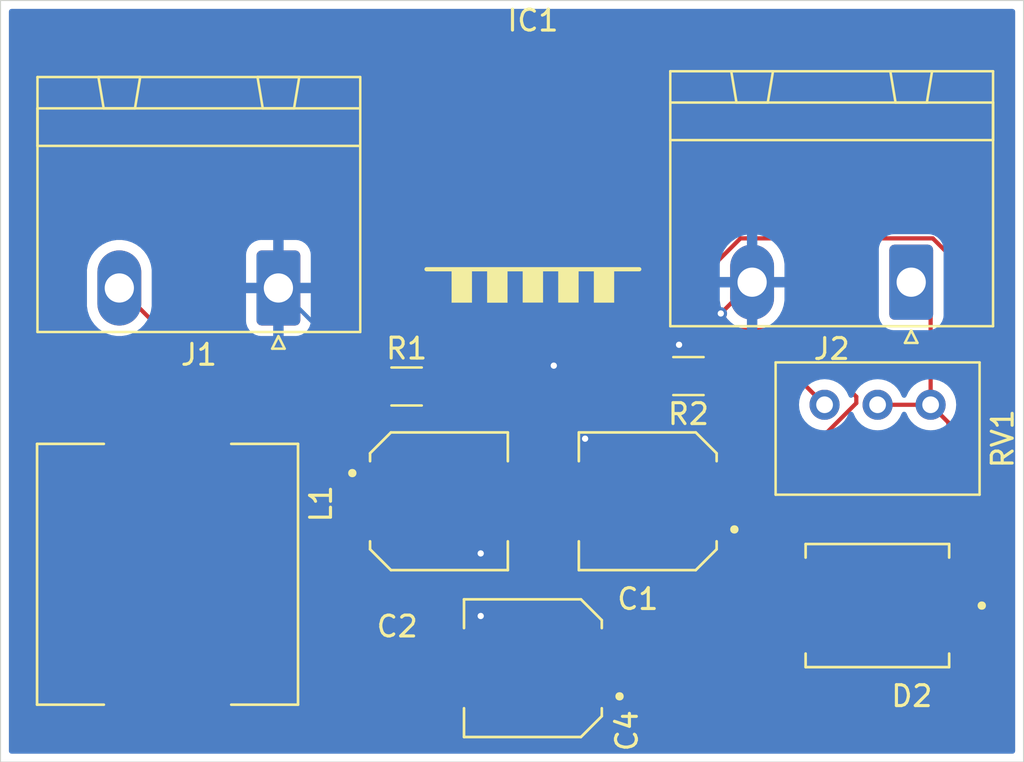
<source format=kicad_pcb>
(kicad_pcb (version 20240108) (generator "pcbnew") (generator_version "8.0")
  (layers (0 "F.Cu" signal) (31 "B.Cu" signal) (34 "B.Paste" user) (35 "F.Paste" user) (36 "B.SilkS" user "B.Silkscreen") (37 "F.SilkS" user "F.Silkscreen") (38 "B.Mask" user) (39 "F.Mask" user) (44 "Edge.Cuts" user))
  (net 0 "")
  (net 1 "GND")
  (net 2 "+5V")
  (net 3 "Net-(C2-Pad1)")
  (net 4 "+12V")
  (net 5 "Net-(IC1-COMP)")
  (net 6 "Net-(IC1-FB)")
  (net 7 "Net-(IC1-VSW)")
  (footprint "Library:DIO_SS34" (layer "F.Cu") (at 209.5 83.5 180)
    (property "Reference" "D2" (at -1.65 -4.3375 0) (layer "F.SilkS"))
    (property "Value" "SS34")
    (fp_line (start 3.4375 2.95) (end 3.4375 2.3) (stroke (width 0.127)) (layer "F.SilkS"))
    (fp_line (start 3.4375 -2.3) (end 3.4375 -2.95) (stroke (width 0.127)) (layer "F.SilkS"))
    (fp_line (start 3.4375 -2.95) (end -3.4375 -2.95) (stroke (width 0.127)) (layer "F.SilkS"))
    (fp_line (start -3.4375 2.95) (end 3.4375 2.95) (stroke (width 0.127)) (layer "F.SilkS"))
    (fp_line (start -3.4375 2.95) (end -3.4375 2.3) (stroke (width 0.127)) (layer "F.SilkS"))
    (fp_line (start -3.4375 -2.95) (end -3.4375 -2.3) (stroke (width 0.127)) (layer "F.SilkS"))
    (fp_circle (center -5 0) (end -4.9 0) (stroke (width 0.2)) (fill none) (layer "F.SilkS"))
    (pad "A" smd rect (at 3.4 0 180) (size 2 3.6) (layers "F.Cu" "F.Paste" "F.Mask") (net 7 "Net-(IC1-VSW)"))
    (pad "C" smd rect (at -3.4 0 180) (size 2 3.6) (layers "F.Cu" "F.Paste" "F.Mask") (net 4 "+12V"))
  )
  (footprint "Resistor_SMD:R_1206_3216Metric_Pad1.30x1.75mm_HandSolder" (layer "F.Cu") (at 200.45 72.5 180)
    (property "Reference" "R2" (at 0 -1.82 0) (layer "F.SilkS"))
    (property "Value" "2.2kΩ" (hide yes))
    (fp_line (start -0.727064 0.91) (end 0.727064 0.91) (stroke (width 0.12)) (layer "F.SilkS"))
    (fp_line (start -0.727064 -0.91) (end 0.727064 -0.91) (stroke (width 0.12)) (layer "F.SilkS"))
    (pad "1" smd roundrect (at -1.55 0 180) (size 1.3 1.75) (layers "F.Cu" "F.Paste" "F.Mask") (roundrect_rratio 0.192308) (net 6 "Net-(IC1-FB)"))
    (pad "2" smd roundrect (at 1.55 0 180) (size 1.3 1.75) (layers "F.Cu" "F.Paste" "F.Mask") (roundrect_rratio 0.192308) (net 1 "GND"))
  )
  (footprint "Library:CAP_EEEFK1C101V" (layer "F.Cu") (at 198.5 78.5 180)
    (property "Reference" "C1" (at 0.475 -4.685 0) (layer "F.SilkS"))
    (property "Value" "0.1µF")
    (fp_line (start 3.3 3.3) (end 3.3 1.92) (stroke (width 0.127)) (layer "F.SilkS"))
    (fp_line (start 3.3 -1.92) (end 3.3 -3.3) (stroke (width 0.127)) (layer "F.SilkS"))
    (fp_line (start 3.3 -3.3) (end -2.3 -3.3) (stroke (width 0.127)) (layer "F.SilkS"))
    (fp_line (start -2.3 3.3) (end 3.3 3.3) (stroke (width 0.127)) (layer "F.SilkS"))
    (fp_line (start -2.3 -3.3) (end -3.3 -2.3) (stroke (width 0.127)) (layer "F.SilkS"))
    (fp_line (start -3.3 2.3) (end -2.3 3.3) (stroke (width 0.127)) (layer "F.SilkS"))
    (fp_line (start -3.3 1.92) (end -3.3 2.3) (stroke (width 0.127)) (layer "F.SilkS"))
    (fp_line (start -3.3 -2.3) (end -3.3 -1.92) (stroke (width 0.127)) (layer "F.SilkS"))
    (fp_circle (center -4.15 -1.35) (end -4.05 -1.35) (stroke (width 0.2)) (fill none) (layer "F.SilkS"))
    (pad "1" smd custom (at -2.55 0 180) (size 1.8 1.8) (layers "F.Cu") (net 2 "+5V") (options (clearance outline) (anchor rect)) (primitives (gr_poly (pts (xy -1 1.6) (xy -1 0.6) (xy -1.65 0.6) (xy -1.65 -0.6) (xy -1 -0.6) (xy -1 -1.6) (xy 1 -1.6) (xy 1 -0.6) (xy 1.95 -0.6) (xy 1.95 0.6) (xy 1 0.6) (xy 1 1.6)) (width 0.01) (fill yes))))
    (pad "2" smd custom (at 2.55 0 180) (size 1.8 1.8) (layers "F.Cu") (net 1 "GND") (options (clearance outline) (anchor rect)) (primitives (gr_poly (pts (xy 1 1.6) (xy 1 0.6) (xy 1.65 0.6) (xy 1.65 -0.6) (xy 1 -0.6) (xy 1 -1.6) (xy -1 -1.6) (xy -1 -0.6) (xy -1.95 -0.6) (xy -1.95 0.6) (xy -1 0.6) (xy -1 1.6)) (width 0.01) (fill yes))))
  )
  (footprint "Connector_Phoenix_GMSTB:PhoenixContact_GMSTBA_2,5_2-G-7,62_1x02_P7.62mm_Horizontal" (layer "F.Cu") (at 180.81 68.2775 180)
    (property "Reference" "J1" (at 3.81 -3.2 0) (layer "F.SilkS"))
    (property "Value" "Conn_01x02_Socket")
    (fp_line (start 11.54 10.11) (end 11.54 -2.11) (stroke (width 0.12)) (layer "F.SilkS"))
    (fp_line (start 11.54 8.61) (end -3.92 8.61) (stroke (width 0.12)) (layer "F.SilkS"))
    (fp_line (start 11.54 6.81) (end 11.54 8.61) (stroke (width 0.12)) (layer "F.SilkS"))
    (fp_line (start 11.54 -2.11) (end -3.92 -2.11) (stroke (width 0.12)) (layer "F.SilkS"))
    (fp_line (start 8.62 10.11) (end 8.37 8.61) (stroke (width 0.12)) (layer "F.SilkS"))
    (fp_line (start 8.37 8.61) (end 6.87 8.61) (stroke (width 0.12)) (layer "F.SilkS"))
    (fp_line (start 6.87 8.61) (end 6.62 10.11) (stroke (width 0.12)) (layer "F.SilkS"))
    (fp_line (start 6.62 10.11) (end 8.62 10.11) (stroke (width 0.12)) (layer "F.SilkS"))
    (fp_line (start 1 10.11) (end 0.75 8.61) (stroke (width 0.12)) (layer "F.SilkS"))
    (fp_line (start 0.75 8.61) (end -0.75 8.61) (stroke (width 0.12)) (layer "F.SilkS"))
    (fp_line (start 0.3 -2.91) (end 0 -2.31) (stroke (width 0.12)) (layer "F.SilkS"))
    (fp_line (start 0 -2.31) (end -0.3 -2.91) (stroke (width 0.12)) (layer "F.SilkS"))
    (fp_line (start -0.3 -2.91) (end 0.3 -2.91) (stroke (width 0.12)) (layer "F.SilkS"))
    (fp_line (start -0.75 8.61) (end -1 10.11) (stroke (width 0.12)) (layer "F.SilkS"))
    (fp_line (start -1 10.11) (end 1 10.11) (stroke (width 0.12)) (layer "F.SilkS"))
    (fp_line (start -3.92 10.11) (end 11.54 10.11) (stroke (width 0.12)) (layer "F.SilkS"))
    (fp_line (start -3.92 8.61) (end -3.92 6.81) (stroke (width 0.12)) (layer "F.SilkS"))
    (fp_line (start -3.92 6.81) (end 11.54 6.81) (stroke (width 0.12)) (layer "F.SilkS"))
    (fp_line (start -3.92 -2.11) (end -3.92 10.11) (stroke (width 0.12)) (layer "F.SilkS"))
    (pad "1" thru_hole roundrect (at 0 0 180) (size 2.1 3.6) (drill 1.4) (layers "*.Cu" "*.Mask") (roundrect_rratio 0.119048) (net 1 "GND"))
    (pad "2" thru_hole oval (at 7.62 0 180) (size 2.1 3.6) (drill 1.4) (layers "*.Cu" "*.Mask") (net 2 "+5V"))
  )
  (footprint "Potentiometer_THT:Potentiometer_Bourns_3299W_Vertical" (layer "F.Cu") (at 212.05 73.875)
    (property "Reference" "RV1" (at 3.45 1.625 -90) (layer "F.SilkS"))
    (property "Value" "50kΩ")
    (fp_line (start -7.425 -2.03) (end -7.425 4.31) (stroke (width 0.12)) (layer "F.SilkS"))
    (fp_line (start -7.425 -2.03) (end 2.345 -2.03) (stroke (width 0.12)) (layer "F.SilkS"))
    (fp_line (start -7.425 4.31) (end 2.345 4.31) (stroke (width 0.12)) (layer "F.SilkS"))
    (fp_line (start 2.345 -2.03) (end 2.345 4.31) (stroke (width 0.12)) (layer "F.SilkS"))
    (pad "1" thru_hole circle (at 0 0) (size 1.44 1.44) (drill 0.8) (layers "*.Cu" "*.Mask") (net 4 "+12V"))
    (pad "2" thru_hole circle (at -2.54 0) (size 1.44 1.44) (drill 0.8) (layers "*.Cu" "*.Mask") (net 4 "+12V"))
    (pad "3" thru_hole circle (at -5.08 0) (size 1.44 1.44) (drill 0.8) (layers "*.Cu" "*.Mask") (net 6 "Net-(IC1-FB)"))
  )
  (footprint "Library:CAP_EEEFK1C101V" (layer "F.Cu") (at 188.5 78.5)
    (property "Reference" "C2" (at -2 6 0) (layer "F.SilkS"))
    (property "Value" "0.33µF")
    (fp_line (start -3.3 -2.3) (end -3.3 -1.92) (stroke (width 0.127)) (layer "F.SilkS"))
    (fp_line (start -3.3 1.92) (end -3.3 2.3) (stroke (width 0.127)) (layer "F.SilkS"))
    (fp_line (start -3.3 2.3) (end -2.3 3.3) (stroke (width 0.127)) (layer "F.SilkS"))
    (fp_line (start -2.3 -3.3) (end -3.3 -2.3) (stroke (width 0.127)) (layer "F.SilkS"))
    (fp_line (start -2.3 3.3) (end 3.3 3.3) (stroke (width 0.127)) (layer "F.SilkS"))
    (fp_line (start 3.3 -3.3) (end -2.3 -3.3) (stroke (width 0.127)) (layer "F.SilkS"))
    (fp_line (start 3.3 -1.92) (end 3.3 -3.3) (stroke (width 0.127)) (layer "F.SilkS"))
    (fp_line (start 3.3 3.3) (end 3.3 1.92) (stroke (width 0.127)) (layer "F.SilkS"))
    (fp_circle (center -4.15 -1.35) (end -4.05 -1.35) (stroke (width 0.2)) (fill none) (layer "F.SilkS"))
    (pad "1" smd custom (at -2.55 0) (size 1.8 1.8) (layers "F.Cu") (net 3 "Net-(C2-Pad1)") (options (clearance outline) (anchor rect)) (primitives (gr_poly (pts (xy -1 1.6) (xy -1 0.6) (xy -1.65 0.6) (xy -1.65 -0.6) (xy -1 -0.6) (xy -1 -1.6) (xy 1 -1.6) (xy 1 -0.6) (xy 1.95 -0.6) (xy 1.95 0.6) (xy 1 0.6) (xy 1 1.6)) (width 0.01) (fill yes))))
    (pad "2" smd custom (at 2.55 0) (size 1.8 1.8) (layers "F.Cu") (net 1 "GND") (options (clearance outline) (anchor rect)) (primitives (gr_poly (pts (xy 1 1.6) (xy 1 0.6) (xy 1.65 0.6) (xy 1.65 -0.6) (xy 1 -0.6) (xy 1 -1.6) (xy -1 -1.6) (xy -1 -0.6) (xy -1.95 -0.6) (xy -1.95 0.6) (xy -1 0.6) (xy -1 1.6)) (width 0.01) (fill yes))))
  )
  (footprint "Library:INDP125125X600N" (layer "F.Cu") (at 175.5 82 -90)
    (property "Reference" "L1" (at -3.381255 -7.348585 90) (layer "F.SilkS") (effects (font (size 1.00185 1.00185))))
    (property "Value" "100µH")
    (fp_line (start -6.25 6.25) (end 6.25 6.25) (stroke (width 0.127)) (layer "F.SilkS"))
    (fp_line (start -6.25 3.05) (end -6.25 6.25) (stroke (width 0.127)) (layer "F.SilkS"))
    (fp_line (start 6.25 3.05) (end 6.25 6.25) (stroke (width 0.127)) (layer "F.SilkS"))
    (fp_line (start -6.25 -6.25) (end -6.25 -3.05) (stroke (width 0.127)) (layer "F.SilkS"))
    (fp_line (start -6.25 -6.25) (end 6.25 -6.25) (stroke (width 0.127)) (layer "F.SilkS"))
    (fp_line (start 6.25 -6.25) (end 6.25 -3.05) (stroke (width 0.127)) (layer "F.SilkS"))
    (pad "1" smd rect (at -4.85 0 270) (size 2.9 5.4) (layers "F.Cu" "F.Paste" "F.Mask") (net 2 "+5V"))
    (pad "2" smd rect (at 4.85 0 270) (size 2.9 5.4) (layers "F.Cu" "F.Paste" "F.Mask") (net 7 "Net-(IC1-VSW)"))
  )
  (footprint "Library:LM2577" (layer "F.Cu") (at 193 64.5)
    (property "Reference" "IC1" (at 0 -9.04 0) (layer "F.SilkS") (effects (font (size 1.001268 1.001268))))
    (property "Value" "LM2577")
    (fp_line (start 5.094 2.88) (end -5.094 2.88) (stroke (width 0.2032)) (layer "F.SilkS"))
    (fp_poly (pts (xy -3.89202 2.794) (xy -2.921 2.794) (xy -2.921 4.4771) (xy -3.89202 4.4771)) (stroke (width 0.01)) (fill solid) (layer "F.SilkS"))
    (fp_poly (pts (xy -2.18871 2.794) (xy -1.2192 2.794) (xy -1.2192 4.47923) (xy -2.18871 4.47923)) (stroke (width 0.01)) (fill solid) (layer "F.SilkS"))
    (fp_poly (pts (xy -0.482663 2.794) (xy 0.4826 2.794) (xy 0.4826 4.47098) (xy -0.482663 4.47098)) (stroke (width 0.01)) (fill solid) (layer "F.SilkS"))
    (fp_poly (pts (xy 1.21963 2.794) (xy 2.1844 2.794) (xy 2.1844 4.47197) (xy 1.21963 4.47197)) (stroke (width 0.01)) (fill solid) (layer "F.SilkS"))
    (fp_poly (pts (xy 2.92499 2.794) (xy 3.8862 2.794) (xy 3.8862 4.4765) (xy 2.92499 4.4765)) (stroke (width 0.01)) (fill solid) (layer "F.SilkS"))
    (pad "1" smd rect (at -3.4036 5.7912) (size 1.0668 2.159) (layers "F.Cu" "F.Paste" "F.Mask") (net 5 "Net-(IC1-COMP)"))
    (pad "2" smd rect (at -1.7018 5.7912) (size 1.0668 2.159) (layers "F.Cu" "F.Paste" "F.Mask") (net 6 "Net-(IC1-FB)"))
    (pad "3" smd rect (at 0 5.7912) (size 1.0668 2.159) (layers "F.Cu" "F.Paste" "F.Mask") (net 1 "GND"))
    (pad "4" smd rect (at 1.7018 5.7912) (size 1.0668 2.159) (layers "F.Cu" "F.Paste" "F.Mask") (net 7 "Net-(IC1-VSW)"))
    (pad "5" smd rect (at 3.4036 5.7912) (size 1.0668 2.159) (layers "F.Cu" "F.Paste" "F.Mask") (net 2 "+5V"))
    (pad "6" smd rect (at 0 -2.54) (size 10.8 10.41) (layers "F.Cu" "F.Paste" "F.Mask"))
  )
  (footprint "Connector_Phoenix_GMSTB:PhoenixContact_GMSTBA_2,5_2-G-7,62_1x02_P7.62mm_Horizontal" (layer "F.Cu") (at 211.12 68 180)
    (property "Reference" "J2" (at 3.81 -3.2 0) (layer "F.SilkS"))
    (property "Value" "Conn_01x02_Socket")
    (fp_line (start 11.54 10.11) (end 11.54 -2.11) (stroke (width 0.12)) (layer "F.SilkS"))
    (fp_line (start 11.54 8.61) (end -3.92 8.61) (stroke (width 0.12)) (layer "F.SilkS"))
    (fp_line (start 11.54 6.81) (end 11.54 8.61) (stroke (width 0.12)) (layer "F.SilkS"))
    (fp_line (start 11.54 -2.11) (end -3.92 -2.11) (stroke (width 0.12)) (layer "F.SilkS"))
    (fp_line (start 8.62 10.11) (end 8.37 8.61) (stroke (width 0.12)) (layer "F.SilkS"))
    (fp_line (start 8.37 8.61) (end 6.87 8.61) (stroke (width 0.12)) (layer "F.SilkS"))
    (fp_line (start 6.87 8.61) (end 6.62 10.11) (stroke (width 0.12)) (layer "F.SilkS"))
    (fp_line (start 6.62 10.11) (end 8.62 10.11) (stroke (width 0.12)) (layer "F.SilkS"))
    (fp_line (start 1 10.11) (end 0.75 8.61) (stroke (width 0.12)) (layer "F.SilkS"))
    (fp_line (start 0.75 8.61) (end -0.75 8.61) (stroke (width 0.12)) (layer "F.SilkS"))
    (fp_line (start 0.3 -2.91) (end 0 -2.31) (stroke (width 0.12)) (layer "F.SilkS"))
    (fp_line (start 0 -2.31) (end -0.3 -2.91) (stroke (width 0.12)) (layer "F.SilkS"))
    (fp_line (start -0.3 -2.91) (end 0.3 -2.91) (stroke (width 0.12)) (layer "F.SilkS"))
    (fp_line (start -0.75 8.61) (end -1 10.11) (stroke (width 0.12)) (layer "F.SilkS"))
    (fp_line (start -1 10.11) (end 1 10.11) (stroke (width 0.12)) (layer "F.SilkS"))
    (fp_line (start -3.92 10.11) (end 11.54 10.11) (stroke (width 0.12)) (layer "F.SilkS"))
    (fp_line (start -3.92 8.61) (end -3.92 6.81) (stroke (width 0.12)) (layer "F.SilkS"))
    (fp_line (start -3.92 6.81) (end 11.54 6.81) (stroke (width 0.12)) (layer "F.SilkS"))
    (fp_line (start -3.92 -2.11) (end -3.92 10.11) (stroke (width 0.12)) (layer "F.SilkS"))
    (pad "1" thru_hole roundrect (at 0 0 180) (size 2.1 3.6) (drill 1.4) (layers "*.Cu" "*.Mask") (roundrect_rratio 0.119048) (net 4 "+12V"))
    (pad "2" thru_hole oval (at 7.62 0 180) (size 2.1 3.6) (drill 1.4) (layers "*.Cu" "*.Mask") (net 1 "GND"))
  )
  (footprint "Resistor_SMD:R_1206_3216Metric_Pad1.30x1.75mm_HandSolder" (layer "F.Cu") (at 186.95 73)
    (property "Reference" "R1" (at 0 -1.82 0) (layer "F.SilkS"))
    (property "Value" "2Ω")
    (fp_line (start -0.727064 -0.91) (end 0.727064 -0.91) (stroke (width 0.12)) (layer "F.SilkS"))
    (fp_line (start -0.727064 0.91) (end 0.727064 0.91) (stroke (width 0.12)) (layer "F.SilkS"))
    (pad "1" smd roundrect (at -1.55 0) (size 1.3 1.75) (layers "F.Cu" "F.Paste" "F.Mask") (roundrect_rratio 0.192308) (net 3 "Net-(C2-Pad1)"))
    (pad "2" smd roundrect (at 1.55 0) (size 1.3 1.75) (layers "F.Cu" "F.Paste" "F.Mask") (roundrect_rratio 0.192308) (net 5 "Net-(IC1-COMP)"))
  )
  (footprint "Library:CAP_EEEFK1C101V" (layer "F.Cu") (at 193 86.5 180)
    (property "Reference" "C4" (at -4.5 -3 90) (layer "F.SilkS"))
    (property "Value" "680µF")
    (fp_line (start 3.3 3.3) (end 3.3 1.92) (stroke (width 0.127)) (layer "F.SilkS"))
    (fp_line (start 3.3 -1.92) (end 3.3 -3.3) (stroke (width 0.127)) (layer "F.SilkS"))
    (fp_line (start 3.3 -3.3) (end -2.3 -3.3) (stroke (width 0.127)) (layer "F.SilkS"))
    (fp_line (start -2.3 3.3) (end 3.3 3.3) (stroke (width 0.127)) (layer "F.SilkS"))
    (fp_line (start -2.3 -3.3) (end -3.3 -2.3) (stroke (width 0.127)) (layer "F.SilkS"))
    (fp_line (start -3.3 2.3) (end -2.3 3.3) (stroke (width 0.127)) (layer "F.SilkS"))
    (fp_line (start -3.3 1.92) (end -3.3 2.3) (stroke (width 0.127)) (layer "F.SilkS"))
    (fp_line (start -3.3 -2.3) (end -3.3 -1.92) (stroke (width 0.127)) (layer "F.SilkS"))
    (fp_circle (center -4.15 -1.35) (end -4.05 -1.35) (stroke (width 0.2)) (fill none) (layer "F.SilkS"))
    (pad "1" smd custom (at -2.55 0 180) (size 1.8 1.8) (layers "F.Cu") (net 4 "+12V") (options (clearance outline) (anchor rect)) (primitives (gr_poly (pts (xy -1 1.6) (xy -1 0.6) (xy -1.65 0.6) (xy -1.65 -0.6) (xy -1 -0.6) (xy -1 -1.6) (xy 1 -1.6) (xy 1 -0.6) (xy 1.95 -0.6) (xy 1.95 0.6) (xy 1 0.6) (xy 1 1.6)) (width 0.01) (fill yes))))
    (pad "2" smd custom (at 2.55 0 180) (size 1.8 1.8) (layers "F.Cu") (net 1 "GND") (options (clearance outline) (anchor rect)) (primitives (gr_poly (pts (xy 1 1.6) (xy 1 0.6) (xy 1.65 0.6) (xy 1.65 -0.6) (xy 1 -0.6) (xy 1 -1.6) (xy -1 -1.6) (xy -1 -0.6) (xy -1.95 -0.6) (xy -1.95 0.6) (xy -1 0.6) (xy -1 1.6)) (width 0.01) (fill yes))))
  )
  (gr_rect (start 167.5 54.5) (end 216.5 91) (stroke (width 0.05)) (fill none) (layer "Edge.Cuts"))
  (segment (start 195.5 72.5) (end 198.9 72.5) (width 0.2) (layer "F.Cu") (net 1))
  (segment (start 191.05 78.5) (end 191.05 80.45) (width 0.2) (layer "F.Cu") (net 1))
  (segment (start 195.95 78.5) (end 193 78.5) (width 0.2) (layer "F.Cu") (net 1))
  (segment (start 180.81 68.2775) (end 180.81 68.19) (width 0.2) (layer "F.Cu") (net 1))
  (segment (start 195.95 78.5) (end 195.95 75.95) (width 0.2) (layer "F.Cu") (net 1))
  (segment (start 193 71) (end 193 70.2912) (width 0.2) (layer "F.Cu") (net 1))
  (segment (start 195 72) (end 195.5 72.5) (width 0.2) (layer "F.Cu") (net 1))
  (segment (start 191.05 80.45) (end 190.5 81) (width 0.2) (layer "F.Cu") (net 1))
  (segment (start 203.5 68) (end 202 69.5) (width 0.2) (layer "F.Cu") (net 1))
  (segment (start 193 70.2912) (end 193 70) (width 0.2) (layer "F.Cu") (net 1))
  (segment (start 198.9 72.5) (end 198.9 72.1) (width 0.2) (layer "F.Cu") (net 1))
  (segment (start 190.45 86.5) (end 190.45 84.05) (width 0.2) (layer "F.Cu") (net 1))
  (segment (start 190.45 84.05) (end 190.5 84) (width 0.2) (layer "F.Cu") (net 1))
  (segment (start 193 78.5) (end 190.5 81) (width 0.2) (layer "F.Cu") (net 1))
  (segment (start 180.81 68.19) (end 181 68) (width 0.2) (layer "F.Cu") (net 1))
  (segment (start 194 72) (end 195 72) (width 0.2) (layer "F.Cu") (net 1))
  (segment (start 195.95 75.95) (end 195.5 75.5) (width 0.2) (layer "F.Cu") (net 1))
  (segment (start 194 72) (end 193 71) (width 0.2) (layer "F.Cu") (net 1))
  (segment (start 198.9 72.1) (end 200 71) (width 0.2) (layer "F.Cu") (net 1))
  (via (at 195.5 75.5) (size 0.6) (drill 0.3) (layers "F.Cu" "B.Cu") (net 1))
  (via (at 190.5 81) (size 0.6) (drill 0.3) (layers "F.Cu" "B.Cu") (net 1))
  (via (at 202 69.5) (size 0.6) (drill 0.3) (layers "F.Cu" "B.Cu") (net 1))
  (via (at 200 71) (size 0.6) (drill 0.3) (layers "F.Cu" "B.Cu") (net 1))
  (via (at 190.5 84) (size 0.6) (drill 0.3) (layers "F.Cu" "B.Cu") (net 1))
  (via (at 194 72) (size 0.6) (drill 0.3) (layers "F.Cu" "B.Cu") (net 1))
  (segment (start 184.5325 72) (end 194 72) (width 0.2) (layer "B.Cu") (net 1))
  (segment (start 195.5 73.5) (end 194 72) (width 0.2) (layer "B.Cu") (net 1))
  (segment (start 201.5 69.5) (end 200 71) (width 0.2) (layer "B.Cu") (net 1))
  (segment (start 190.5 81) (end 190.5 84) (width 0.2) (layer "B.Cu") (net 1))
  (segment (start 180.81 68.2775) (end 184.5325 72) (width 0.2) (layer "B.Cu") (net 1))
  (segment (start 195.5 75.5) (end 195.5 73.5) (width 0.2) (layer "B.Cu") (net 1))
  (segment (start 202 69.5) (end 201.5 69.5) (width 0.2) (layer "B.Cu") (net 1))
  (segment (start 175.5 70.5875) (end 173.19 68.2775) (width 0.2) (layer "F.Cu") (net 2))
  (segment (start 196.4036 70.2912) (end 205.2912 70.2912) (width 0.2) (layer "F.Cu") (net 2))
  (segment (start 175.5 77.15) (end 175.5 70.5875) (width 0.2) (layer "F.Cu") (net 2))
  (segment (start 205.2912 70.2912) (end 208.49 73.49) (width 0.2) (layer "F.Cu") (net 2))
  (segment (start 203.787498 78.5) (end 201.05 78.5) (width 0.2) (layer "F.Cu") (net 2))
  (segment (start 197.95 81.6) (end 179.95 81.6) (width 0.2) (layer "F.Cu") (net 2))
  (segment (start 208.49 73.49) (end 208.49 73.797498) (width 0.2) (layer "F.Cu") (net 2))
  (segment (start 201.05 78.5) (end 197.95 81.6) (width 0.2) (layer "F.Cu") (net 2))
  (segment (start 208.49 73.797498) (end 203.787498 78.5) (width 0.2) (layer "F.Cu") (net 2))
  (segment (start 179.95 81.6) (end 175.5 77.15) (width 0.2) (layer "F.Cu") (net 2))
  (segment (start 173.2225 68.2775) (end 173.5 68) (width 0.2) (layer "B.Cu") (net 2))
  (segment (start 173.19 68.2775) (end 173.2225 68.2775) (width 0.2) (layer "B.Cu") (net 2))
  (segment (start 185.95 73.55) (end 185.4 73) (width 0.2) (layer "F.Cu") (net 3))
  (segment (start 185.95 78.5) (end 185.95 73.55) (width 0.2) (layer "F.Cu") (net 3))
  (segment (start 200.65 81.4) (end 210.8 81.4) (width 0.2) (layer "F.Cu") (net 4))
  (segment (start 212.05 73.875) (end 212.05 68.93) (width 0.2) (layer "F.Cu") (net 4))
  (segment (start 212.9 74.725) (end 212.05 73.875) (width 0.2) (layer "F.Cu") (net 4))
  (segment (start 212.05 73.875) (end 209.51 73.875) (width 0.2) (layer "F.Cu") (net 4))
  (segment (start 212.05 68.93) (end 211.12 68) (width 0.2) (layer "F.Cu") (net 4))
  (segment (start 212.9 83.5) (end 212.9 74.725) (width 0.2) (layer "F.Cu") (net 4))
  (segment (start 195.55 86.5) (end 200.65 81.4) (width 0.2) (layer "F.Cu") (net 4))
  (segment (start 210.8 81.4) (end 212.9 83.5) (width 0.2) (layer "F.Cu") (net 4))
  (segment (start 189.5964 70.2912) (end 189.5964 71.9036) (width 0.2) (layer "F.Cu") (net 5))
  (segment (start 189.5964 71.9036) (end 188.5 73) (width 0.2) (layer "F.Cu") (net 5))
  (segment (start 191.2982 70.8373) (end 194.1359 73.675) (width 0.2) (layer "F.Cu") (net 6))
  (segment (start 191.2982 70.2912) (end 191.2982 70.8373) (width 0.2) (layer "F.Cu") (net 6))
  (segment (start 205.595 72.5) (end 206.97 73.875) (width 0.2) (layer "F.Cu") (net 6))
  (segment (start 202 72.5) (end 205.595 72.5) (width 0.2) (layer "F.Cu") (net 6))
  (segment (start 200.825 73.675) (end 202 72.5) (width 0.2) (layer "F.Cu") (net 6))
  (segment (start 194.1359 73.675) (end 200.825 73.675) (width 0.2) (layer "F.Cu") (net 6))
  (segment (start 175 87) (end 175.35 87) (width 0.2) (layer "F.Cu") (net 7))
  (segment (start 194.7018 70.2912) (end 194.7018 69.7451) (width 0.2) (layer "F.Cu") (net 7))
  (segment (start 194.7018 70.7982) (end 194.5 71) (width 0.2) (layer "F.Cu") (net 7))
  (segment (start 208.2 85.6) (end 206.1 83.5) (width 0.2) (layer "F.Cu") (net 7))
  (segment (start 175.5 86.85) (end 177.065 88.415) (width 0.2) (layer "F.Cu") (net 7))
  (segment (start 177.065 88.415) (end 201.185 88.415) (width 0.2) (layer "F.Cu") (net 7))
  (segment (start 194.7018 69.7451) (end 195.9469 68.5) (width 0.2) (layer "F.Cu") (net 7))
  (segment (start 194.7018 70.2912) (end 194.7018 70.7982) (width 0.2) (layer "F.Cu") (net 7))
  (segment (start 202.940812 65.9) (end 212.154744 65.9) (width 0.2) (layer "F.Cu") (net 7))
  (segment (start 214.2 67.945256) (end 214.2 85.6) (width 0.2) (layer "F.Cu") (net 7))
  (segment (start 195.9469 68.5) (end 200.340812 68.5) (width 0.2) (layer "F.Cu") (net 7))
  (segment (start 212.154744 65.9) (end 214.2 67.945256) (width 0.2) (layer "F.Cu") (net 7))
  (segment (start 201.185 88.415) (end 206.1 83.5) (width 0.2) (layer "F.Cu") (net 7))
  (segment (start 214.2 85.6) (end 208.2 85.6) (width 0.2) (layer "F.Cu") (net 7))
  (segment (start 175.5 86.85) (end 175.35 87) (width 0.2) (layer "F.Cu") (net 7))
  (segment (start 200.340812 68.5) (end 202.940812 65.9) (width 0.2) (layer "F.Cu") (net 7))
  (zone (net 1) (net_name "GND") (layer "B.Cu") (connect_pads (clearance 0.5)) (min_thickness 0.25) (fill yes (thermal_gap 0.5) (thermal_bridge_width 0.5))
    (polygon (pts (xy 167.5 54.5) (xy 167.5 91) (xy 216.5 91) (xy 216.5 54.5)))
  )
)
</source>
